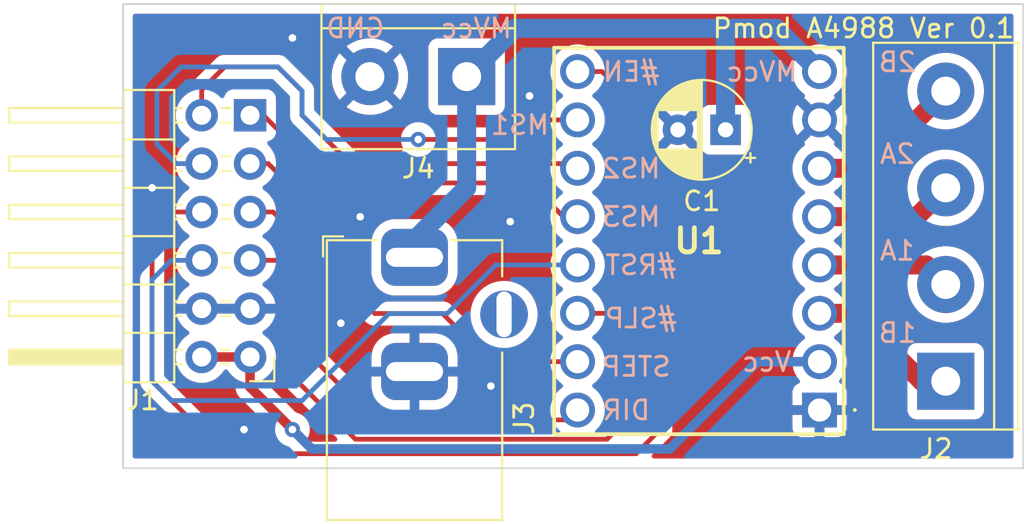
<source format=kicad_pcb>
(kicad_pcb (version 20211014) (generator pcbnew)
  (layers (0 "F.Cu" signal) (31 "B.Cu" signal) (34 "B.Paste" user) (35 "F.Paste" user) (36 "B.SilkS" user "B.Silkscreen") (37 "F.SilkS" user "F.Silkscreen") (38 "B.Mask" user) (39 "F.Mask" user) (44 "Edge.Cuts" user))
  (net 0 "")
  (net 1 "/VMOT")
  (net 2 "/#EN")
  (net 3 "/STEP")
  (net 4 "/#SLP")
  (net 5 "/DIR")
  (net 6 "GND")
  (net 7 "Net-(J1-Pad12)")
  (net 8 "/MS1")
  (net 9 "/MS2")
  (net 10 "/MS3")
  (net 11 "/#RST")
  (net 12 "/2B")
  (net 13 "/2A")
  (net 14 "/1A")
  (net 15 "/1B")
  (footprint "Connector_BarrelJack:BarrelJack_Horizontal" (layer "F.Cu") (at 115.3745 85.186 90)
    (fp_text reference "J3" (at -8.45 5.75 90) (layer "F.SilkS"))
    (fp_text value "Jack-DC")
    (fp_line (start -13.8 4.6) (end -13.8 -4.6) (layer "F.SilkS") (width 0.12))
    (fp_line (start 0.9 -4.6) (end 0.9 -2) (layer "F.SilkS") (width 0.12))
    (fp_line (start 1.1 -3.75) (end 1.1 -4.8) (layer "F.SilkS") (width 0.12))
    (fp_line (start 0.9 1.9) (end 0.9 4.6) (layer "F.SilkS") (width 0.12))
    (fp_line (start -5 4.6) (end -13.8 4.6) (layer "F.SilkS") (width 0.12))
    (fp_line (start -13.8 -4.6) (end 0.9 -4.6) (layer "F.SilkS") (width 0.12))
    (fp_line (start 0.9 4.6) (end -1 4.6) (layer "F.SilkS") (width 0.12))
    (fp_line (start 0.05 -4.8) (end 1.1 -4.8) (layer "F.SilkS") (width 0.12))
    (pad "1" thru_hole roundrect (at 0 0 90) (size 3 3.5) (drill oval 1 3) (layers *.Cu *.Mask) (net 1 "/VMOT"))
    (pad "2" thru_hole roundrect (at -6 0 90) (size 3 3.5) (drill oval 1 3) (layers *.Cu *.Mask) (net 6 "GND"))
    (pad "3" thru_hole circle (at -3 4.7 90) (size 2.5 2.5) (drill oval 2.4 0.8) (layers *.Cu *.Mask))
  )
  (footprint "Connector_PinHeader_2.54mm:PinHeader_2x06_P2.54mm_Horizontal" (layer "F.Cu") (at 106.742 90.424 180)
    (fp_text reference "J1" (at 5.655 -2.27) (layer "F.SilkS"))
    (fp_text value "Pmod_male" hide)
    (fp_line (start 1.042929 5.46) (end 1.497071 5.46) (layer "F.SilkS") (width 0.12))
    (fp_line (start 1.042929 2.16) (end 1.497071 2.16) (layer "F.SilkS") (width 0.12))
    (fp_line (start 6.64 0.04) (end 12.64 0.04) (layer "F.SilkS") (width 0.12))
    (fp_line (start 1.042929 4.7) (end 1.497071 4.7) (layer "F.SilkS") (width 0.12))
    (fp_line (start 3.582929 -0.38) (end 3.98 -0.38) (layer "F.SilkS") (width 0.12))
    (fp_line (start 6.64 0.28) (end 12.64 0.28) (layer "F.SilkS") (width 0.12))
    (fp_line (start 12.64 12.32) (end 12.64 13.08) (layer "F.SilkS") (width 0.12))
    (fp_line (start 1.042929 9.78) (end 1.497071 9.78) (layer "F.SilkS") (width 0.12))
    (fp_line (start 3.582929 4.7) (end 3.98 4.7) (layer "F.SilkS") (width 0.12))
    (fp_line (start 3.582929 13.08) (end 3.98 13.08) (layer "F.SilkS") (width 0.12))
    (fp_line (start 3.582929 8) (end 3.98 8) (layer "F.SilkS") (width 0.12))
    (fp_line (start 3.98 3.81) (end 6.64 3.81) (layer "F.SilkS") (width 0.12))
    (fp_line (start 12.64 5.46) (end 6.64 5.46) (layer "F.SilkS") (width 0.12))
    (fp_line (start 12.64 0.38) (end 6.64 0.38) (layer "F.SilkS") (width 0.12))
    (fp_line (start 12.64 4.7) (end 12.64 5.46) (layer "F.SilkS") (width 0.12))
    (fp_line (start 6.64 -0.38) (end 12.64 -0.38) (layer "F.SilkS") (width 0.12))
    (fp_line (start 6.64 2.16) (end 12.64 2.16) (layer "F.SilkS") (width 0.12))
    (fp_line (start 6.64 -0.08) (end 12.64 -0.08) (layer "F.SilkS") (width 0.12))
    (fp_line (start 3.582929 5.46) (end 3.98 5.46) (layer "F.SilkS") (width 0.12))
    (fp_line (start 3.98 14.03) (end 6.64 14.03) (layer "F.SilkS") (width 0.12))
    (fp_line (start 12.64 -0.38) (end 12.64 0.38) (layer "F.SilkS") (width 0.12))
    (fp_line (start 3.98 -1.33) (end 3.98 14.03) (layer "F.SilkS") (width 0.12))
    (fp_line (start 3.98 1.27) (end 6.64 1.27) (layer "F.SilkS") (width 0.12))
    (fp_line (start 6.64 7.24) (end 12.64 7.24) (layer "F.SilkS") (width 0.12))
    (fp_line (start 3.98 11.43) (end 6.64 11.43) (layer "F.SilkS") (width 0.12))
    (fp_line (start 6.64 12.32) (end 12.64 12.32) (layer "F.SilkS") (width 0.12))
    (fp_line (start 12.64 13.08) (end 6.64 13.08) (layer "F.SilkS") (width 0.12))
    (fp_line (start 6.64 9.78) (end 12.64 9.78) (layer "F.SilkS") (width 0.12))
    (fp_line (start 3.582929 2.92) (end 3.98 2.92) (layer "F.SilkS") (width 0.12))
    (fp_line (start 6.64 -0.32) (end 12.64 -0.32) (layer "F.SilkS") (width 0.12))
    (fp_line (start 3.582929 2.16) (end 3.98 2.16) (layer "F.SilkS") (width 0.12))
    (fp_line (start 1.042929 12.32) (end 1.497071 12.32) (layer "F.SilkS") (width 0.12))
    (fp_line (start 1.042929 7.24) (end 1.497071 7.24) (layer "F.SilkS") (width 0.12))
    (fp_line (start 1.11 -0.38) (end 1.497071 -0.38) (layer "F.SilkS") (width 0.12))
    (fp_line (start 1.11 0.38) (end 1.497071 0.38) (layer "F.SilkS") (width 0.12))
    (fp_line (start 3.582929 10.54) (end 3.98 10.54) (layer "F.SilkS") (width 0.12))
    (fp_line (start 12.64 2.92) (end 6.64 2.92) (layer "F.SilkS") (width 0.12))
    (fp_line (start 3.582929 12.32) (end 3.98 12.32) (layer "F.SilkS") (width 0.12))
    (fp_line (start 3.582929 7.24) (end 3.98 7.24) (layer "F.SilkS") (width 0.12))
    (fp_line (start 12.64 7.24) (end 12.64 8) (layer "F.SilkS") (width 0.12))
    (fp_line (start 1.042929 13.08) (end 1.497071 13.08) (layer "F.SilkS") (width 0.12))
    (fp_line (start 12.64 8) (end 6.64 8) (layer "F.SilkS") (width 0.12))
    (fp_line (start 1.042929 2.92) (end 1.497071 2.92) (layer "F.SilkS") (width 0.12))
    (fp_line (start 3.582929 9.78) (end 3.98 9.78) (layer "F.SilkS") (width 0.12))
    (fp_line (start 6.64 4.7) (end 12.64 4.7) (layer "F.SilkS") (width 0.12))
    (fp_line (start 6.64 14.03) (end 6.64 -1.33) (layer "F.SilkS") (width 0.12))
    (fp_line (start -1.27 0) (end -1.27 -1.27) (layer "F.SilkS") (width 0.12))
    (fp_line (start 1.042929 8) (end 1.497071 8) (layer "F.SilkS") (width 0.12))
    (fp_line (start 6.64 -0.2) (end 12.64 -0.2) (layer "F.SilkS") (width 0.12))
    (fp_line (start 3.98 6.35) (end 6.64 6.35) (layer "F.SilkS") (width 0.12))
    (fp_line (start 12.64 10.54) (end 6.64 10.54) (layer "F.SilkS") (width 0.12))
    (fp_line (start 12.64 9.78) (end 12.64 10.54) (layer "F.SilkS") (width 0.12))
    (fp_line (start 12.64 2.16) (end 12.64 2.92) (layer "F.SilkS") (width 0.12))
    (fp_line (start 1.042929 10.54) (end 1.497071 10.54) (layer "F.SilkS") (width 0.12))
    (fp_line (start 6.64 -1.33) (end 3.98 -1.33) (layer "F.SilkS") (width 0.12))
    (fp_line (start 3.582929 0.38) (end 3.98 0.38) (layer "F.SilkS") (width 0.12))
    (fp_line (start -1.27 -1.27) (end 0 -1.27) (layer "F.SilkS") (width 0.12))
    (fp_line (start 6.64 0.16) (end 12.64 0.16) (layer "F.SilkS") (width 0.12))
    (fp_line (start 3.98 8.89) (end 6.64 8.89) (layer "F.SilkS") (width 0.12))
    (pad "1" thru_hole rect (at 0 12.7 180) (size 1.7 1.7) (drill 1) (layers *.Cu *.Mask) (net 10 "/MS3"))
    (pad "2" thru_hole oval (at 0 10.16 180) (size 1.7 1.7) (drill 1) (layers *.Cu *.Mask) (net 3 "/STEP"))
    (pad "3" thru_hole oval (at 0 7.62 180) (size 1.7 1.7) (drill 1) (layers *.Cu *.Mask) (net 5 "/DIR"))
    (pad "4" thru_hole oval (at 0 5.08 180) (size 1.7 1.7) (drill 1) (layers *.Cu *.Mask) (net 4 "/#SLP"))
    (pad "5" thru_hole oval (at 0 2.54 180) (size 1.7 1.7) (drill 1) (layers *.Cu *.Mask) (net 6 "GND"))
    (pad "6" thru_hole circle (at 0 0 180) (size 1.7 1.7) (drill 1) (layers *.Cu *.Mask) (net 7 "Net-(J1-Pad12)"))
    (pad "7" thru_hole oval (at 2.54 12.7 180) (size 1.7 1.7) (drill 1) (layers *.Cu *.Mask) (net 9 "/MS2"))
    (pad "8" thru_hole oval (at 2.54 10.16 180) (size 1.7 1.7) (drill 1) (layers *.Cu *.Mask) (net 8 "/MS1"))
    (pad "9" thru_hole oval (at 2.54 7.62 180) (size 1.7 1.7) (drill 1) (layers *.Cu *.Mask) (net 2 "/#EN"))
    (pad "10" thru_hole oval (at 2.54 5.08 180) (size 1.7 1.7) (drill 1) (layers *.Cu *.Mask) (net 11 "/#RST"))
    (pad "11" thru_hole oval (at 2.54 2.54 180) (size 1.7 1.7) (drill 1) (layers *.Cu *.Mask) (net 6 "GND"))
    (pad "12" thru_hole oval (at 2.54 0 180) (size 1.7 1.7) (drill 1) (layers *.Cu *.Mask) (net 7 "Net-(J1-Pad12)"))
  )
  (footprint "RScomponents:A4988MODULE" (layer "F.Cu") (at 136.632 93.208)
    (fp_text reference "U1" (at -6.33 -8.88) (layer "F.SilkS") (effects (font (size 1.27 1.27) (thickness 0.254))))
    (fp_text value "A4988_MODULE" hide)
    (fp_line (start 1.27 1.27) (end -13.93 1.27) (layer "F.SilkS") (width 0.2))
    (fp_line (start -13.93 -19.03) (end 1.27 -19.03) (layer "F.SilkS") (width 0.2))
    (fp_line (start 1.9 0) (end 1.9 0) (layer "F.SilkS") (width 0.1))
    (fp_line (start 1.8 0) (end 1.8 0) (layer "F.SilkS") (width 0.1))
    (fp_line (start 1.27 -19.03) (end 1.27 1.27) (layer "F.SilkS") (width 0.2))
    (fp_line (start -13.93 1.27) (end -13.93 -19.03) (layer "F.SilkS") (width 0.2))
    (fp_arc (start 1.8 0) (mid 1.85 -0.05) (end 1.9 0) (layer "F.SilkS") (width 0.1))
    (fp_arc (start 1.9 0) (mid 1.85 0.05) (end 1.8 0) (layer "F.SilkS") (width 0.1))
    (pad "1" thru_hole rect locked (at 0 0) (size 1.83 1.83) (drill 1.22) (layers *.Cu *.Mask) (net 6 "GND"))
    (pad "2" thru_hole circle locked (at 0 -2.54) (size 1.83 1.83) (drill 1.22) (layers *.Cu *.Mask) (net 7 "Net-(J1-Pad12)"))
    (pad "3" thru_hole circle locked (at 0 -5.08) (size 1.83 1.83) (drill 1.22) (layers *.Cu *.Mask) (net 15 "/1B"))
    (pad "4" thru_hole circle locked (at 0 -7.62) (size 1.83 1.83) (drill 1.22) (layers *.Cu *.Mask) (net 14 "/1A"))
    (pad "5" thru_hole circle locked (at 0 -10.16) (size 1.83 1.83) (drill 1.22) (layers *.Cu *.Mask) (net 13 "/2A"))
    (pad "6" thru_hole circle locked (at 0 -12.7) (size 1.83 1.83) (drill 1.22) (layers *.Cu *.Mask) (net 12 "/2B"))
    (pad "7" thru_hole circle locked (at 0 -15.24) (size 1.83 1.83) (drill 1.22) (layers *.Cu *.Mask) (net 6 "GND"))
    (pad "8" thru_hole circle locked (at 0 -17.78) (size 1.83 1.83) (drill 1.22) (layers *.Cu *.Mask) (net 1 "/VMOT"))
    (pad "9" thru_hole circle locked (at -12.7 0) (size 1.83 1.83) (drill 1.22) (layers *.Cu *.Mask) (net 5 "/DIR"))
    (pad "10" thru_hole circle locked (at -12.7 -2.54) (size 1.83 1.83) (drill 1.22) (layers *.Cu *.Mask) (net 3 "/STEP"))
    (pad "11" thru_hole circle locked (at -12.7 -5.08) (size 1.83 1.83) (drill 1.22) (layers *.Cu *.Mask) (net 4 "/#SLP"))
    (pad "12" thru_hole circle locked (at -12.7 -7.62) (size 1.83 1.83) (drill 1.22) (layers *.Cu *.Mask) (net 11 "/#RST"))
    (pad "13" thru_hole circle locked (at -12.7 -10.16) (size 1.83 1.83) (drill 1.22) (layers *.Cu *.Mask) (net 10 "/MS3"))
    (pad "14" thru_hole circle locked (at -12.7 -12.7) (size 1.83 1.83) (drill 1.22) (layers *.Cu *.Mask) (net 9 "/MS2"))
    (pad "15" thru_hole circle locked (at -12.7 -15.24) (size 1.83 1.83) (drill 1.22) (layers *.Cu *.Mask) (net 8 "/MS1"))
    (pad "16" thru_hole circle locked (at -12.7 -17.78) (size 1.83 1.83) (drill 1.22) (layers *.Cu *.Mask) (net 2 "/#EN"))
  )
  (footprint "TerminalBlock:TerminalBlock_bornier-2_P5.08mm" (layer "F.Cu") (at 118.11 75.692 180)
    (fp_text reference "J4" (at 2.54 -4.826) (layer "F.SilkS"))
    (fp_text value "Screw_Terminal_01x02" hide)
    (fp_line (start 7.62 2.54) (end -2.54 2.54) (layer "F.SilkS") (width 0.12))
    (fp_line (start -2.54 3.81) (end 7.62 3.81) (layer "F.SilkS") (width 0.12))
    (fp_line (start -2.54 -3.81) (end -2.54 3.81) (layer "F.SilkS") (width 0.12))
    (fp_line (start 7.62 -3.81) (end -2.54 -3.81) (layer "F.SilkS") (width 0.12))
    (fp_line (start 7.62 3.81) (end 7.62 -3.81) (layer "F.SilkS") (width 0.12))
    (pad "1" thru_hole rect (at 0 0 180) (size 3 3) (drill 1.52) (layers *.Cu *.Mask) (net 1 "/VMOT"))
    (pad "2" thru_hole circle (at 5.08 0 180) (size 3 3) (drill 1.52) (layers *.Cu *.Mask) (net 6 "GND"))
  )
  (footprint "TerminalBlock:TerminalBlock_bornier-4_P5.08mm" (layer "F.Cu") (at 143.256 91.694 90)
    (fp_text reference "J2" (at -3.556 -0.508 180) (layer "F.SilkS"))
    (fp_text value "Screw_Terminal_01x04" hide)
    (fp_line (start 17.78 2.54) (end -2.54 2.54) (layer "F.SilkS") (width 0.12))
    (fp_line (start -2.54 -3.81) (end 17.78 -3.81) (layer "F.SilkS") (width 0.12))
    (fp_line (start -2.54 3.81) (end 17.78 3.81) (layer "F.SilkS") (width 0.12))
    (fp_line (start -2.54 -3.81) (end -2.54 3.81) (layer "F.SilkS") (width 0.12))
    (fp_line (start 17.78 3.81) (end 17.78 -3.81) (layer "F.SilkS") (width 0.12))
    (pad "1" thru_hole rect (at 0 0 90) (size 3 3) (drill 1.52) (layers *.Cu *.Mask) (net 15 "/1B"))
    (pad "2" thru_hole circle (at 5.08 0 90) (size 3 3) (drill 1.52) (layers *.Cu *.Mask) (net 14 "/1A"))
    (pad "3" thru_hole circle (at 10.16 0 90) (size 3 3) (drill 1.52) (layers *.Cu *.Mask) (net 13 "/2A"))
    (pad "4" thru_hole circle (at 15.24 0 90) (size 3 3) (drill 1.52) (layers *.Cu *.Mask) (net 12 "/2B"))
  )
  (footprint "Capacitor_THT:CP_Radial_D5.0mm_P2.50mm" (layer "F.Cu") (at 131.700904 78.486 180)
    (fp_text reference "C1" (at 1.25 -3.75) (layer "F.SilkS"))
    (fp_text value "C_Polarized")
    (fp_line (start 1.33 -2.579) (end 1.33 2.579) (layer "F.SilkS") (width 0.12))
    (fp_line (start 1.77 -2.528) (end 1.77 -1.04) (layer "F.SilkS") (width 0.12))
    (fp_line (start 2.091 -2.442) (end 2.091 -1.04) (layer "F.SilkS") (width 0.12))
    (fp_line (start 1.971 1.04) (end 1.971 2.48) (layer "F.SilkS") (width 0.12))
    (fp_line (start 2.371 -2.329) (end 2.371 -1.04) (layer "F.SilkS") (width 0.12))
    (fp_line (start 3.651 -1.011) (end 3.651 1.011) (layer "F.SilkS") (width 0.12))
    (fp_line (start 1.77 1.04) (end 1.77 2.528) (layer "F.SilkS") (width 0.12))
    (fp_line (start 1.61 -2.556) (end 1.61 -1.04) (layer "F.SilkS") (width 0.12))
    (fp_line (start 2.891 -2.004) (end 2.891 -1.04) (layer "F.SilkS") (width 0.12))
    (fp_line (start 3.291 1.04) (end 3.291 1.605) (layer "F.SilkS") (width 0.12))
    (fp_line (start 3.131 -1.785) (end 3.131 -1.04) (layer "F.SilkS") (width 0.12))
    (fp_line (start 3.251 -1.653) (end 3.251 -1.04) (layer "F.SilkS") (width 0.12))
    (fp_line (start 2.371 1.04) (end 2.371 2.329) (layer "F.SilkS") (width 0.12))
    (fp_line (start 2.931 1.04) (end 2.931 1.971) (layer "F.SilkS") (width 0.12))
    (fp_line (start 2.571 -2.224) (end 2.571 -1.04) (layer "F.SilkS") (width 0.12))
    (fp_line (start 2.491 1.04) (end 2.491 2.268) (layer "F.SilkS") (width 0.12))
    (fp_line (start 1.57 1.04) (end 1.57 2.561) (layer "F.SilkS") (width 0.12))
    (fp_line (start 2.851 1.04) (end 2.851 2.035) (layer "F.SilkS") (width 0.12))
    (fp_line (start 3.211 -1.699) (end 3.211 -1.04) (layer "F.SilkS") (width 0.12))
    (fp_line (start 2.651 1.04) (end 2.651 2.175) (layer "F.SilkS") (width 0.12))
    (fp_line (start 1.53 1.04) (end 1.53 2.565) (layer "F.SilkS") (width 0.12))
    (fp_line (start 3.731 -0.805) (end 3.731 0.805) (layer "F.SilkS") (width 0.12))
    (fp_line (start 1.29 -2.58) (end 1.29 2.58) (layer "F.SilkS") (width 0.12))
    (fp_line (start 2.571 1.04) (end 2.571 2.224) (layer "F.SilkS") (width 0.12))
    (fp_line (start -1.304775 -1.725) (end -1.304775 -1.225) (layer "F.SilkS") (width 0.12))
    (fp_line (start 1.73 1.04) (end 1.73 2.536) (layer "F.SilkS") (width 0.12))
    (fp_line (start 3.451 -1.383) (end 3.451 -1.04) (layer "F.SilkS") (width 0.12))
    (fp_line (start 1.85 1.04) (end 1.85 2.511) (layer "F.SilkS") (width 0.12))
    (fp_line (start 2.851 -2.035) (end 2.851 -1.04) (layer "F.SilkS") (width 0.12))
    (fp_line (start 1.69 1.04) (end 1.69 2.543) (layer "F.SilkS") (width 0.12))
    (fp_line (start 2.411 1.04) (end 2.411 2.31) (layer "F.SilkS") (width 0.12))
    (fp_line (start 2.531 -2.247) (end 2.531 -1.04) (layer "F.SilkS") (width 0.12))
    (fp_line (start 2.051 -2.455) (end 2.051 -1.04) (layer "F.SilkS") (width 0.12))
    (fp_line (start 2.211 -2.398) (end 2.211 -1.04) (layer "F.SilkS") (width 0.12))
    (fp_line (start 2.971 -1.937) (end 2.971 -1.04) (layer "F.SilkS") (width 0.12))
    (fp_line (start 1.65 -2.55) (end 1.65 -1.04) (layer "F.SilkS") (width 0.12))
    (fp_line (start 3.491 -1.319) (end 3.491 -1.04) (layer "F.SilkS") (width 0.12))
    (fp_line (start 1.93 -2.491) (end 1.93 -1.04) (layer "F.SilkS") (width 0.12))
    (fp_line (start 2.331 1.04) (end 2.331 2.348) (layer "F.SilkS") (width 0.12))
    (fp_line (start 1.81 -2.52) (end 1.81 -1.04) (layer "F.SilkS") (width 0.12))
    (fp_line (start 3.051 1.04) (end 3.051 1.864) (layer "F.SilkS") (width 0.12))
    (fp_line (start 2.251 -2.382) (end 2.251 -1.04) (layer "F.SilkS") (width 0.12))
    (fp_line (start 3.171 -1.743) (end 3.171 -1.04) (layer "F.SilkS") (width 0.12))
    (fp_line (start 2.411 -2.31) (end 2.411 -1.04) (layer "F.SilkS") (width 0.12))
    (fp_line (start 2.811 1.04) (end 2.811 2.065) (layer "F.SilkS") (width 0.12))
    (fp_line (start 2.811 -2.065) (end 2.811 -1.04) (layer "F.SilkS") (width 0.12))
    (fp_line (start 3.011 1.04) (end 3.011 1.901) (layer "F.SilkS") (width 0.12))
    (fp_line (start 2.651 -2.175) (end 2.651 -1.04) (layer "F.SilkS") (width 0.12))
    (fp_line (start 2.611 -2.2) (end 2.611 -1.04) (layer "F.SilkS") (width 0.12))
    (fp_line (start 3.091 1.04) (end 3.091 1.826) (layer "F.SilkS") (width 0.12))
    (fp_line (start 1.73 -2.536) (end 1.73 -1.04) (layer "F.SilkS") (width 0.12))
    (fp_line (start 2.771 -2.095) (end 2.771 -1.04) (layer "F.SilkS") (width 0.12))
    (fp_line (start 1.49 1.04) (end 1.49 2.569) (layer "F.SilkS") (width 0.12))
    (fp_line (start 1.93 1.04) (end 1.93 2.491) (layer "F.SilkS") (width 0.12))
    (fp_line (start 3.531 -1.251) (end 3.531 -1.04) (layer "F.SilkS") (width 0.12))
    (fp_line (start 3.571 -1.178) (end 3.571 1.178) (layer "F.SilkS") (width 0.12))
    (fp_line (start 3.011 -1.901) (end 3.011 -1.04) (layer "F.SilkS") (width 0.12))
    (fp_line (start 2.011 -2.468) (end 2.011 -1.04) (layer "F.SilkS") (width 0.12))
    (fp_line (start 2.971 1.04) (end 2.971 1.937) (layer "F.SilkS") (width 0.12))
    (fp_line (start 3.611 -1.098) (end 3.611 1.098) (layer "F.SilkS") (width 0.12))
    (fp_line (start 1.61 1.04) (end 1.61 2.556) (layer "F.SilkS") (width 0.12))
    (fp_line (start 1.65 1.04) (end 1.65 2.55) (layer "F.SilkS") (width 0.12))
    (fp_line (start 3.371 1.04) (end 3.371 1.5) (layer "F.SilkS") (width 0.12))
    (fp_line (start 3.411 1.04) (end 3.411 1.443) (layer "F.SilkS") (width 0.12))
    (fp_line (start 2.011 1.04) (end 2.011 2.468) (layer "F.SilkS") (width 0.12))
    (fp_line (start 1.25 -2.58) (end 1.25 2.58) (layer "F.SilkS") (width 0.12))
    (fp_line (start 1.53 -2.565) (end 1.53 -1.04) (layer "F.SilkS") (width 0.12))
    (fp_line (start 3.691 -0.915) (end 3.691 0.915) (layer "F.SilkS") (width 0.12))
    (fp_line (start 2.331 -2.348) (end 2.331 -1.04) (layer "F.SilkS") (width 0.12))
    (fp_line (start 2.891 1.04) (end 2.891 2.004) (layer "F.SilkS") (width 0.12))
    (fp_line (start 2.131 -2.428) (end 2.131 -1.04) (layer "F.SilkS") (width 0.12))
    (fp_line (start 2.611 1.04) (end 2.611 2.2) (layer "F.SilkS") (width 0.12))
    (fp_line (start 2.491 -2.268) (end 2.491 -1.04) (layer "F.SilkS") (width 0.12))
    (fp_line (start 3.491 1.04) (end 3.491 1.319) (layer "F.SilkS") (width 0.12))
    (fp_line (start 1.971 -2.48) (end 1.971 -1.04) (layer "F.SilkS") (width 0.12))
    (fp_line (start 2.691 1.04) (end 2.691 2.149) (layer "F.SilkS") (width 0.12))
    (fp_line (start 1.69 -2.543) (end 1.69 -1.04) (layer "F.SilkS") (width 0.12))
    (fp_line (start 2.211 1.04) (end 2.211 2.398) (layer "F.SilkS") (width 0.12))
    (fp_line (start 3.331 -1.554) (end 3.331 -1.04) (layer "F.SilkS") (width 0.12))
    (fp_line (start -1.554775 -1.475) (end -1.054775 -1.475) (layer "F.SilkS") (width 0.12))
    (fp_line (start 2.291 1.04) (end 2.291 2.365) (layer "F.SilkS") (width 0.12))
    (fp_line (start 1.89 -2.501) (end 1.89 -1.04) (layer "F.SilkS") (width 0.12))
    (fp_line (start 2.931 -1.971) (end 2.931 -1.04) (layer "F.SilkS") (width 0.12))
    (fp_line (start 1.49 -2.569) (end 1.49 -1.04) (layer "F.SilkS") (width 0.12))
    (fp_line (start 2.451 -2.29) (end 2.451 -1.04) (layer "F.SilkS") (width 0.12))
    (fp_line (start 3.851 -0.284) (end 3.851 0.284) (layer "F.SilkS") (width 0.12))
    (fp_line (start 1.89 1.04) (end 1.89 2.501) (layer "F.SilkS") (width 0.12))
    (fp_line (start 2.051 1.04) (end 2.051 2.455) (layer "F.SilkS") (width 0.12))
    (fp_line (start 3.211 1.04) (end 3.211 1.699) (layer "F.SilkS") (width 0.12))
    (fp_line (start 1.81 1.04) (end 1.81 2.52) (layer "F.SilkS") (width 0.12))
    (fp_line (start 2.771 1.04) (end 2.771 2.095) (layer "F.SilkS") (width 0.12))
    (fp_line (start 3.451 1.04) (end 3.451 1.383) (layer "F.SilkS") (width 0.12))
    (fp_line (start 3.331 1.04) (end 3.331 1.554) (layer "F.SilkS") (width 0.12))
    (fp_line (start 1.41 -2.576) (end 1.41 2.576) (layer "F.SilkS") (width 0.12))
    (fp_line (start 3.171 1.04) (end 3.171 1.743) (layer "F.SilkS") (width 0.12))
    (fp_line (start 2.171 1.04) (end 2.171 2.414) (layer "F.SilkS") (width 0.12))
    (fp_line (start 1.85 -2.511) (end 1.85 -1.04) (layer "F.SilkS") (width 0.12))
    (fp_line (start 2.251 1.04) (end 2.251 2.382) (layer "F.SilkS") (width 0.12))
    (fp_line (start 1.57 -2.561) (end 1.57 -1.04) (layer "F.SilkS") (width 0.12))
    (fp_line (start 3.771 -0.677) (end 3.771 0.677) (layer "F.SilkS") (width 0.12))
    (fp_line (start 2.291 -2.365) (end 2.291 -1.04) (layer "F.SilkS") (width 0.12))
    (fp_line (start 3.251 1.04) (end 3.251 1.653) (layer "F.SilkS") (width 0.12))
    (fp_line (start 1.45 -2.573) (end 1.45 2.573) (layer "F.SilkS") (width 0.12))
    (fp_line (start 2.731 1.04) (end 2.731 2.122) (layer "F.SilkS") (width 0.12))
    (fp_line (start 2.731 -2.122) (end 2.731 -1.04) (layer "F.SilkS") (width 0.12))
    (fp_line (start 1.37 -2.578) (end 1.37 2.578) (layer "F.SilkS") (width 0.12))
    (fp_line (start 3.091 -1.826) (end 3.091 -1.04) (layer "F.SilkS") (width 0.12))
    (fp_line (start 2.531 1.04) (end 2.531 2.247) (layer "F.SilkS") (width 0.12))
    (fp_line (start 2.691 -2.149) (end 2.691 -1.04) (layer "F.SilkS") (width 0.12))
    (fp_line (start 2.451 1.04) (end 2.451 2.29) (layer "F.SilkS") (width 0.12))
    (fp_line (start 2.091 1.04) (end 2.091 2.442) (layer "F.SilkS") (width 0.12))
    (fp_line (start 3.411 -1.443) (end 3.411 -1.04) (layer "F.SilkS") (width 0.12))
    (fp_line (start 3.051 -1.864) (end 3.051 -1.04) (layer "F.SilkS") (width 0.12))
    (fp_line (start 3.131 1.04) (end 3.131 1.785) (layer "F.SilkS") (width 0.12))
    (fp_line (start 2.131 1.04) (end 2.131 2.428) (layer "F.SilkS") (width 0.12))
    (fp_line (start 3.291 -1.605) (end 3.291 -1.04) (layer "F.SilkS") (width 0.12))
    (fp_line (start 2.171 -2.414) (end 2.171 -1.04) (layer "F.SilkS") (width 0.12))
    (fp_line (start 3.531 1.04) (end 3.531 1.251) (layer "F.SilkS") (width 0.12))
    (fp_line (start 3.371 -1.5) (end 3.371 -1.04) (layer "F.SilkS") (width 0.12))
    (fp_line (start 3.811 -0.518) (end 3.811 0.518) (layer "F.SilkS") (width 0.12))
    (fp_circle (center 1.25 0) (end 3.87 0) (layer "F.SilkS") (width 0.12) (fill none))
    (pad "1" thru_hole rect (at 0 0 180) (size 1.6 1.6) (drill 0.8) (layers *.Cu *.Mask) (net 1 "/VMOT"))
    (pad "2" thru_hole circle (at 2.5 0 180) (size 1.6 1.6) (drill 0.8) (layers *.Cu *.Mask) (net 6 "GND"))
  )
  (gr_rect (start 147.32 71.882) (end 100.076 96.266) (layer "Edge.Cuts") (width 0.1) (fill none))
  (gr_text "GND" (at 112.268 73.152) (layer "B.SilkS") (effects (font (size 1 1)) (justify mirror)))
  (gr_text "Vcc" (at 133.858 90.678) (layer "B.SilkS") (effects (font (size 1 1)) (justify mirror)))
  (gr_text "MVcc" (at 133.604 75.438) (layer "B.SilkS") (effects (font (size 1 1)) (justify mirror)))
  (gr_text "#RST" (at 127.254 85.598) (layer "B.SilkS") (effects (font (size 1 1)) (justify mirror)))
  (gr_text "1B" (at 140.716 89.154) (layer "B.SilkS") (effects (font (size 1 1)) (justify mirror)))
  (gr_text "2B" (at 140.716 74.93) (layer "B.SilkS") (effects (font (size 1 1)) (justify mirror)))
  (gr_text "MS1" (at 120.904 78.232) (layer "B.SilkS") (effects (font (size 1 1)) (justify mirror)))
  (gr_text "DIR" (at 126.492 93.218) (layer "B.SilkS") (effects (font (size 1 1)) (justify mirror)))
  (gr_text "2A" (at 140.716 79.756) (layer "B.SilkS") (effects (font (size 1 1)) (justify mirror)))
  (gr_text "MS3" (at 126.746 83.058) (layer "B.SilkS") (effects (font (size 1 1)) (justify mirror)))
  (gr_text "STEP" (at 127 90.932) (layer "B.SilkS") (effects (font (size 1 1)) (justify mirror)))
  (gr_text "#EN" (at 126.746 75.438) (layer "B.SilkS") (effects (font (size 1 1)) (justify mirror)))
  (gr_text "MS2" (at 126.746 80.518) (layer "B.SilkS") (effects (font (size 1 1)) (justify mirror)))
  (gr_text "MVcc" (at 118.618 73.152) (layer "B.SilkS") (effects (font (size 1 1)) (justify mirror)))
  (gr_text "1A" (at 140.716 84.836) (layer "B.SilkS") (effects (font (size 1 1)) (justify mirror)))
  (gr_text "#SLP" (at 127.254 88.392) (layer "B.SilkS") (effects (font (size 1 1)) (justify mirror)))
  (gr_text "Pmod A4988 Ver 0.1" (at 138.938 73.152) (layer "F.SilkS") (effects (font (size 1 1))))
  (segment (start 131.700904 73.534904) (end 131.318 73.152) (width 1) (layer "B.Cu") (net 1))
  (segment (start 120.65 73.152) (end 118.11 75.692) (width 1) (layer "B.Cu") (net 1))
  (segment (start 134.356 73.152) (end 131.318 73.152) (width 1) (layer "B.Cu") (net 1))
  (segment (start 115.582 85.24) (end 115.582 84.062) (width 1) (layer "B.Cu") (net 1))
  (segment (start 118.11 81.534) (end 118.11 75.692) (width 1) (layer "B.Cu") (net 1))
  (segment (start 136.632 75.428) (end 134.356 73.152) (width 1) (layer "B.Cu") (net 1))
  (segment (start 131.700904 78.486) (end 131.700904 73.534904) (width 1) (layer "B.Cu") (net 1))
  (segment (start 131.318 73.152) (end 120.65 73.152) (width 1) (layer "B.Cu") (net 1))
  (segment (start 115.582 84.062) (end 118.11 81.534) (width 1) (layer "B.Cu") (net 1))
  (segment (start 102.616 82.804) (end 104.202 82.804) (width 0.25) (layer "F.Cu") (net 2))
  (segment (start 128.27 88.138) (end 128.27 94.234) (width 0.25) (layer "F.Cu") (net 2))
  (segment (start 101.6 83.82) (end 102.616 82.804) (width 0.25) (layer "F.Cu") (net 2))
  (segment (start 105.41 95.504) (end 101.6 91.694) (width 0.25) (layer "F.Cu") (net 2))
  (segment (start 127 95.504) (end 105.41 95.504) (width 0.25) (layer "F.Cu") (net 2))
  (segment (start 125.212 75.428) (end 126.746 76.962) (width 0.25) (layer "F.Cu") (net 2))
  (segment (start 128.27 94.234) (end 127 95.504) (width 0.25) (layer "F.Cu") (net 2))
  (segment (start 101.6 91.694) (end 101.6 83.82) (width 0.25) (layer "F.Cu") (net 2))
  (segment (start 126.746 86.614) (end 128.27 88.138) (width 0.25) (layer "F.Cu") (net 2))
  (segment (start 123.932 75.428) (end 125.212 75.428) (width 0.25) (layer "F.Cu") (net 2))
  (segment (start 126.746 76.962) (end 126.746 86.614) (width 0.25) (layer "F.Cu") (net 2))
  (segment (start 119.37 90.668) (end 116.84 88.138) (width 0.25) (layer "F.Cu") (net 3))
  (segment (start 116.84 88.138) (end 113.284 88.138) (width 0.25) (layer "F.Cu") (net 3))
  (segment (start 107.696 80.264) (end 106.742 80.264) (width 0.25) (layer "F.Cu") (net 3))
  (segment (start 112.268 84.836) (end 107.696 80.264) (width 0.25) (layer "F.Cu") (net 3))
  (segment (start 123.932 90.668) (end 119.37 90.668) (width 0.25) (layer "F.Cu") (net 3))
  (segment (start 112.268 87.122) (end 112.268 84.836) (width 0.25) (layer "F.Cu") (net 3))
  (segment (start 113.284 88.138) (end 112.268 87.122) (width 0.25) (layer "F.Cu") (net 3))
  (segment (start 126.746 89.408) (end 125.466 88.128) (width 0.25) (layer "F.Cu") (net 4))
  (segment (start 108.204 85.344) (end 109.22 86.36) (width 0.25) (layer "F.Cu") (net 4))
  (segment (start 125.466 88.128) (end 123.932 88.128) (width 0.25) (layer "F.Cu") (net 4))
  (segment (start 109.22 86.36) (end 109.22 91.694) (width 0.25) (layer "F.Cu") (net 4))
  (segment (start 106.742 85.344) (end 108.204 85.344) (width 0.25) (layer "F.Cu") (net 4))
  (segment (start 112.268 94.742) (end 125.476 94.742) (width 0.25) (layer "F.Cu") (net 4))
  (segment (start 126.746 93.472) (end 126.746 89.408) (width 0.25) (layer "F.Cu") (net 4))
  (segment (start 125.476 94.742) (end 126.746 93.472) (width 0.25) (layer "F.Cu") (net 4))
  (segment (start 109.22 91.694) (end 112.268 94.742) (width 0.25) (layer "F.Cu") (net 4))
  (segment (start 110.236 90.678) (end 110.236 85.09) (width 0.25) (layer "F.Cu") (net 5))
  (segment (start 110.236 85.09) (end 107.95 82.804) (width 0.25) (layer "F.Cu") (net 5))
  (segment (start 113.284 93.726) (end 110.236 90.678) (width 0.25) (layer "F.Cu") (net 5))
  (segment (start 123.932 93.208) (end 123.414 93.726) (width 0.25) (layer "F.Cu") (net 5))
  (segment (start 123.414 93.726) (end 113.284 93.726) (width 0.25) (layer "F.Cu") (net 5))
  (segment (start 107.95 82.804) (end 106.742 82.804) (width 0.25) (layer "F.Cu") (net 5))
  (via (at 108.966 73.66) (size 0.8) (drill 0.4) (layers "F.Cu" "B.Cu") (net 6))
  (via (at 106.426 94.234) (size 0.8) (drill 0.4) (layers "F.Cu" "B.Cu") (net 6))
  (via (at 112.522 83.058) (size 0.8) (drill 0.4) (layers "F.Cu" "B.Cu") (net 6))
  (via (at 101.6 81.534) (size 0.8) (drill 0.4) (layers "F.Cu" "B.Cu") (net 6))
  (via (at 119.38 91.948) (size 0.8) (drill 0.4) (layers "F.Cu" "B.Cu") (net 6))
  (via (at 120.396 83.312) (size 0.8) (drill 0.4) (layers "F.Cu" "B.Cu") (net 6))
  (via (at 111.506 88.646) (size 0.8) (drill 0.4) (layers "F.Cu" "B.Cu") (net 6))
  (via (at 121.412 76.708) (size 0.8) (drill 0.4) (layers "F.Cu" "B.Cu") (net 6))
  (segment (start 106.742 90.424) (end 106.742 92.01) (width 0.5) (layer "F.Cu") (net 7))
  (segment (start 106.742 92.01) (end 108.966 94.234) (width 0.5) (layer "F.Cu") (net 7))
  (segment (start 106.742 90.424) (end 104.202 90.424) (width 0.5) (layer "F.Cu") (net 7))
  (via (at 108.966 94.234) (size 0.8) (drill 0.4) (layers "F.Cu" "B.Cu") (net 7))
  (segment (start 133.36 90.668) (end 136.632 90.668) (width 0.5) (layer "B.Cu") (net 7))
  (segment (start 109.982 95.25) (end 108.966 94.234) (width 0.5) (layer "B.Cu") (net 7))
  (segment (start 128.778 95.25) (end 133.36 90.668) (width 0.5) (layer "B.Cu") (net 7))
  (segment (start 128.778 95.25) (end 109.982 95.25) (width 0.5) (layer "B.Cu") (net 7))
  (segment (start 115.57 78.994) (end 121.158 78.994) (width 0.25) (layer "F.Cu") (net 8))
  (segment (start 123.932 77.968) (end 123.922 77.978) (width 0.25) (layer "F.Cu") (net 8))
  (segment (start 121.158 78.994) (end 122.184 77.968) (width 0.25) (layer "F.Cu") (net 8))
  (segment (start 122.184 77.968) (end 123.932 77.968) (width 0.25) (layer "F.Cu") (net 8))
  (via (at 115.57 78.994) (size 0.8) (drill 0.4) (layers "F.Cu" "B.Cu") (net 8))
  (segment (start 101.854 76.454) (end 101.854 79.248) (width 0.25) (layer "B.Cu") (net 8))
  (segment (start 109.474 77.724) (end 109.474 76.454) (width 0.25) (layer "B.Cu") (net 8))
  (segment (start 108.204 75.184) (end 103.124 75.184) (width 0.25) (layer "B.Cu") (net 8))
  (segment (start 102.87 80.264) (end 104.202 80.264) (width 0.25) (layer "B.Cu") (net 8))
  (segment (start 110.744 78.994) (end 109.474 77.724) (width 0.25) (layer "B.Cu") (net 8))
  (segment (start 115.57 78.994) (end 110.744 78.994) (width 0.25) (layer "B.Cu") (net 8))
  (segment (start 101.854 79.248) (end 102.87 80.264) (width 0.25) (layer "B.Cu") (net 8))
  (segment (start 109.474 76.454) (end 108.204 75.184) (width 0.25) (layer "B.Cu") (net 8))
  (segment (start 103.124 75.184) (end 101.854 76.454) (width 0.25) (layer "B.Cu") (net 8))
  (segment (start 108.204 75.184) (end 105.41 75.184) (width 0.25) (layer "F.Cu") (net 9))
  (segment (start 109.474 76.454) (end 108.204 75.184) (width 0.25) (layer "F.Cu") (net 9))
  (segment (start 112.014 80.264) (end 109.474 77.724) (width 0.25) (layer "F.Cu") (net 9))
  (segment (start 123.688 80.264) (end 112.014 80.264) (width 0.25) (layer "F.Cu") (net 9))
  (segment (start 123.932 80.508) (end 123.688 80.264) (width 0.25) (layer "F.Cu") (net 9))
  (segment (start 105.41 75.184) (end 104.202 76.392) (width 0.25) (layer "F.Cu") (net 9))
  (segment (start 104.202 76.392) (end 104.202 77.724) (width 0.25) (layer "F.Cu") (net 9))
  (segment (start 109.474 77.724) (end 109.474 76.454) (width 0.25) (layer "F.Cu") (net 9))
  (segment (start 106.742 77.724) (end 107.442 77.724) (width 0.25) (layer "F.Cu") (net 10))
  (segment (start 110.998 81.28) (end 121.412 81.28) (width 0.25) (layer "F.Cu") (net 10))
  (segment (start 107.442 77.724) (end 110.998 81.28) (width 0.25) (layer "F.Cu") (net 10))
  (segment (start 123.18 83.048) (end 123.932 83.048) (width 0.25) (layer "F.Cu") (net 10))
  (segment (start 121.412 81.28) (end 123.18 83.048) (width 0.25) (layer "F.Cu") (net 10))
  (segment (start 119.644 85.588) (end 123.932 85.588) (width 0.25) (layer "B.Cu") (net 11))
  (segment (start 117.094 88.138) (end 119.644 85.588) (width 0.25) (layer "B.Cu") (net 11))
  (segment (start 101.6 91.694) (end 102.616 92.71) (width 0.25) (layer "B.Cu") (net 11))
  (segment (start 109.474 92.71) (end 114.046 88.138) (width 0.25) (layer "B.Cu") (net 11))
  (segment (start 114.046 88.138) (end 117.094 88.138) (width 0.25) (layer "B.Cu") (net 11))
  (segment (start 102.616 92.71) (end 109.474 92.71) (width 0.25) (layer "B.Cu") (net 11))
  (segment (start 104.202 85.344) (end 102.616 85.344) (width 0.25) (layer "B.Cu") (net 11))
  (segment (start 101.6 86.36) (end 101.6 91.694) (width 0.25) (layer "B.Cu") (net 11))
  (segment (start 102.616 85.344) (end 101.6 86.36) (width 0.25) (layer "B.Cu") (net 11))
  (segment (start 136.632 80.508) (end 139.202 80.508) (width 1) (layer "F.Cu") (net 12))
  (segment (start 139.202 80.508) (end 143.256 76.454) (width 1) (layer "F.Cu") (net 12))
  (segment (start 136.632 83.048) (end 141.742 83.048) (width 1) (layer "F.Cu") (net 13))
  (segment (start 141.742 83.048) (end 143.256 81.534) (width 1) (layer "F.Cu") (net 13))
  (segment (start 136.632 85.588) (end 142.23 85.588) (width 1) (layer "F.Cu") (net 14))
  (segment (start 142.23 85.588) (end 143.256 86.614) (width 1) (layer "F.Cu") (net 14))
  (segment (start 136.632 88.128) (end 138.42 88.128) (width 1) (layer "F.Cu") (net 15))
  (segment (start 141.986 91.694) (end 143.256 91.694) (width 1) (layer "F.Cu") (net 15))
  (segment (start 138.42 88.128) (end 141.986 91.694) (width 1) (layer "F.Cu") (net 15))
  (zone (net 6) (net_name "GND") (layer "F.Cu") (connect_pads (clearance 0.508)) (min_thickness 0.254) (fill yes (thermal_gap 0.508) (thermal_bridge_width 0.508))
    (polygon (pts (xy 147.066 96.012) (xy 100.33 96.012) (xy 100.33 72.136) (xy 147.066 72.136)))
  )
  (zone (net 6) (net_name "GND") (layer "B.Cu") (connect_pads (clearance 0.508)) (min_thickness 0.254) (fill yes (thermal_gap 0.508) (thermal_bridge_width 0.508))
    (polygon (pts (xy 147.066 96.012) (xy 100.33 96.012) (xy 100.33 72.136) (xy 147.066 72.136)))
  )
)
</source>
